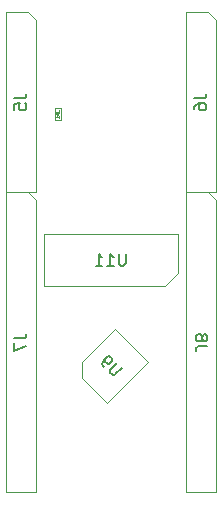
<source format=gbr>
G04 #@! TF.GenerationSoftware,KiCad,Pcbnew,5.1.8-1.fc33*
G04 #@! TF.CreationDate,2020-12-01T15:42:06+01:00*
G04 #@! TF.ProjectId,reDIP-sx,72654449-502d-4737-982e-6b696361645f,0.1*
G04 #@! TF.SameCoordinates,PX5e28010PY8011a50*
G04 #@! TF.FileFunction,Other,Fab,Bot*
%FSLAX46Y46*%
G04 Gerber Fmt 4.6, Leading zero omitted, Abs format (unit mm)*
G04 Created by KiCad (PCBNEW 5.1.8-1.fc33) date 2020-12-01 15:42:06*
%MOMM*%
%LPD*%
G01*
G04 APERTURE LIST*
%ADD10C,0.120000*%
%ADD11C,0.100000*%
%ADD12C,0.150000*%
%ADD13C,0.040000*%
G04 APERTURE END LIST*
D10*
X14540000Y18560000D02*
X14540000Y21860000D01*
X3240000Y21860000D02*
X3240000Y17460000D01*
X3240000Y17460000D02*
X13440000Y17460000D01*
X13440000Y17460000D02*
X14540000Y18560000D01*
X14540000Y21860000D02*
X3240000Y21860000D01*
D11*
X4690000Y32555000D02*
X4150000Y32555000D01*
X4150000Y32555000D02*
X4150000Y31505000D01*
X4150000Y31505000D02*
X4690000Y31505000D01*
X4690000Y31505000D02*
X4690000Y32555000D01*
X17780000Y40005000D02*
X17145000Y40640000D01*
X17780000Y25400000D02*
X17780000Y40005000D01*
X15240000Y25400000D02*
X17780000Y25400000D01*
X15240000Y40640000D02*
X15240000Y25400000D01*
X17145000Y40640000D02*
X15240000Y40640000D01*
X2540000Y40005000D02*
X1905000Y40640000D01*
X2540000Y25400000D02*
X2540000Y40005000D01*
X0Y25400000D02*
X2540000Y25400000D01*
X0Y40640000D02*
X0Y25400000D01*
X1905000Y40640000D02*
X0Y40640000D01*
X17780000Y24765000D02*
X17145000Y25400000D01*
X17780000Y0D02*
X17780000Y24765000D01*
X15240000Y0D02*
X17780000Y0D01*
X15240000Y25400000D02*
X15240000Y0D01*
X17145000Y25400000D02*
X15240000Y25400000D01*
X2540000Y24765000D02*
X1905000Y25400000D01*
X2540000Y0D02*
X2540000Y24765000D01*
X0Y0D02*
X2540000Y0D01*
X0Y25400000D02*
X0Y0D01*
X1905000Y25400000D02*
X0Y25400000D01*
X6468159Y9647017D02*
X8536447Y7578730D01*
X8536447Y7578730D02*
X12001270Y11043553D01*
X12001270Y11043553D02*
X9243553Y13801270D01*
X9243553Y13801270D02*
X6468159Y11025876D01*
X6468159Y11025876D02*
X6468159Y9647017D01*
D12*
X10128095Y20207620D02*
X10128095Y19398096D01*
X10080476Y19302858D01*
X10032857Y19255239D01*
X9937619Y19207620D01*
X9747142Y19207620D01*
X9651904Y19255239D01*
X9604285Y19302858D01*
X9556666Y19398096D01*
X9556666Y20207620D01*
X8556666Y19207620D02*
X9128095Y19207620D01*
X8842380Y19207620D02*
X8842380Y20207620D01*
X8937619Y20064762D01*
X9032857Y19969524D01*
X9128095Y19921905D01*
X7604285Y19207620D02*
X8175714Y19207620D01*
X7890000Y19207620D02*
X7890000Y20207620D01*
X7985238Y20064762D01*
X8080476Y19969524D01*
X8175714Y19921905D01*
D13*
X4277619Y32246667D02*
X4463333Y32246667D01*
X4500476Y32259048D01*
X4525238Y32283810D01*
X4537619Y32320953D01*
X4537619Y32345715D01*
X4537619Y32122858D02*
X4277619Y32122858D01*
X4277619Y32023810D01*
X4290000Y31999048D01*
X4302380Y31986667D01*
X4327142Y31974286D01*
X4364285Y31974286D01*
X4389047Y31986667D01*
X4401428Y31999048D01*
X4413809Y32023810D01*
X4413809Y32122858D01*
X4537619Y31726667D02*
X4537619Y31875239D01*
X4537619Y31800953D02*
X4277619Y31800953D01*
X4314761Y31825715D01*
X4339523Y31850477D01*
X4351904Y31875239D01*
D12*
X15962380Y33353334D02*
X16676666Y33353334D01*
X16819523Y33400953D01*
X16914761Y33496191D01*
X16962380Y33639048D01*
X16962380Y33734286D01*
X15962380Y32448572D02*
X15962380Y32639048D01*
X16010000Y32734286D01*
X16057619Y32781905D01*
X16200476Y32877143D01*
X16390952Y32924762D01*
X16771904Y32924762D01*
X16867142Y32877143D01*
X16914761Y32829524D01*
X16962380Y32734286D01*
X16962380Y32543810D01*
X16914761Y32448572D01*
X16867142Y32400953D01*
X16771904Y32353334D01*
X16533809Y32353334D01*
X16438571Y32400953D01*
X16390952Y32448572D01*
X16343333Y32543810D01*
X16343333Y32734286D01*
X16390952Y32829524D01*
X16438571Y32877143D01*
X16533809Y32924762D01*
X722380Y33353334D02*
X1436666Y33353334D01*
X1579523Y33400953D01*
X1674761Y33496191D01*
X1722380Y33639048D01*
X1722380Y33734286D01*
X722380Y32400953D02*
X722380Y32877143D01*
X1198571Y32924762D01*
X1150952Y32877143D01*
X1103333Y32781905D01*
X1103333Y32543810D01*
X1150952Y32448572D01*
X1198571Y32400953D01*
X1293809Y32353334D01*
X1531904Y32353334D01*
X1627142Y32400953D01*
X1674761Y32448572D01*
X1722380Y32543810D01*
X1722380Y32781905D01*
X1674761Y32877143D01*
X1627142Y32924762D01*
X17057619Y12366667D02*
X16343333Y12366667D01*
X16200476Y12319048D01*
X16105238Y12223810D01*
X16057619Y12080953D01*
X16057619Y11985715D01*
X16629047Y12985715D02*
X16676666Y12890477D01*
X16724285Y12842858D01*
X16819523Y12795239D01*
X16867142Y12795239D01*
X16962380Y12842858D01*
X17010000Y12890477D01*
X17057619Y12985715D01*
X17057619Y13176191D01*
X17010000Y13271429D01*
X16962380Y13319048D01*
X16867142Y13366667D01*
X16819523Y13366667D01*
X16724285Y13319048D01*
X16676666Y13271429D01*
X16629047Y13176191D01*
X16629047Y12985715D01*
X16581428Y12890477D01*
X16533809Y12842858D01*
X16438571Y12795239D01*
X16248095Y12795239D01*
X16152857Y12842858D01*
X16105238Y12890477D01*
X16057619Y12985715D01*
X16057619Y13176191D01*
X16105238Y13271429D01*
X16152857Y13319048D01*
X16248095Y13366667D01*
X16438571Y13366667D01*
X16533809Y13319048D01*
X16581428Y13271429D01*
X16629047Y13176191D01*
X722380Y13033334D02*
X1436666Y13033334D01*
X1579523Y13080953D01*
X1674761Y13176191D01*
X1722380Y13319048D01*
X1722380Y13414286D01*
X722380Y12652381D02*
X722380Y11985715D01*
X1722380Y12414286D01*
X9797453Y10541508D02*
X9236482Y9980537D01*
X9137487Y9947538D01*
X9071490Y9947538D01*
X8972495Y9980537D01*
X8840502Y10112530D01*
X8807504Y10211525D01*
X8807504Y10277522D01*
X8840502Y10376516D01*
X9401473Y10937488D01*
X8345527Y10607505D02*
X8213534Y10739498D01*
X8180536Y10838493D01*
X8180536Y10904490D01*
X8213534Y11069481D01*
X8312529Y11234473D01*
X8576515Y11498459D01*
X8675510Y11531458D01*
X8741507Y11531458D01*
X8840502Y11498459D01*
X8972495Y11366466D01*
X9005494Y11267471D01*
X9005494Y11201474D01*
X8972495Y11102479D01*
X8807504Y10937488D01*
X8708509Y10904490D01*
X8642512Y10904490D01*
X8543517Y10937488D01*
X8411524Y11069481D01*
X8378526Y11168476D01*
X8378526Y11234473D01*
X8411524Y11333468D01*
M02*

</source>
